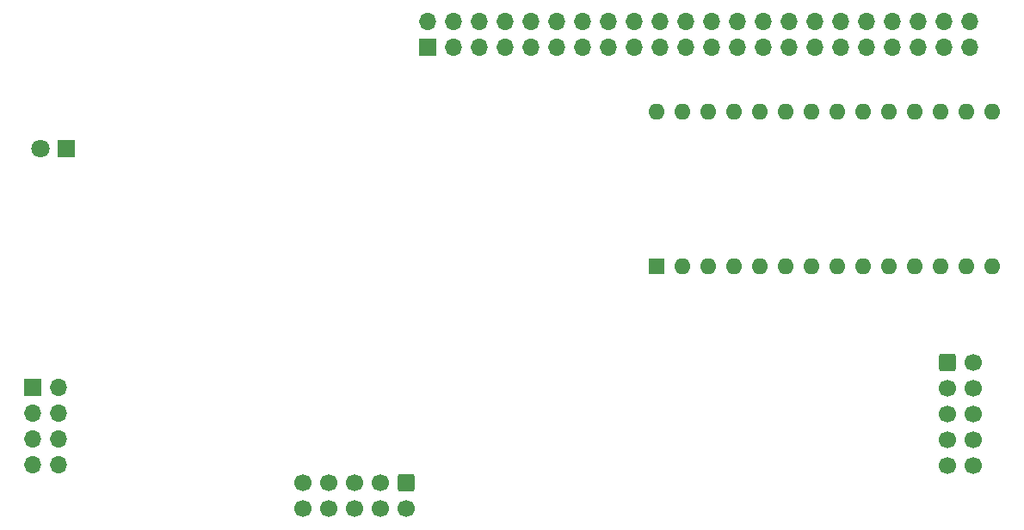
<source format=gbr>
G04 #@! TF.GenerationSoftware,KiCad,Pcbnew,8.0.1*
G04 #@! TF.CreationDate,2024-04-11T14:17:07+02:00*
G04 #@! TF.ProjectId,tipi,74697069-2e6b-4696-9361-645f70636258,2*
G04 #@! TF.SameCoordinates,Original*
G04 #@! TF.FileFunction,Soldermask,Bot*
G04 #@! TF.FilePolarity,Negative*
%FSLAX46Y46*%
G04 Gerber Fmt 4.6, Leading zero omitted, Abs format (unit mm)*
G04 Created by KiCad (PCBNEW 8.0.1) date 2024-04-11 14:17:07*
%MOMM*%
%LPD*%
G01*
G04 APERTURE LIST*
G04 Aperture macros list*
%AMRoundRect*
0 Rectangle with rounded corners*
0 $1 Rounding radius*
0 $2 $3 $4 $5 $6 $7 $8 $9 X,Y pos of 4 corners*
0 Add a 4 corners polygon primitive as box body*
4,1,4,$2,$3,$4,$5,$6,$7,$8,$9,$2,$3,0*
0 Add four circle primitives for the rounded corners*
1,1,$1+$1,$2,$3*
1,1,$1+$1,$4,$5*
1,1,$1+$1,$6,$7*
1,1,$1+$1,$8,$9*
0 Add four rect primitives between the rounded corners*
20,1,$1+$1,$2,$3,$4,$5,0*
20,1,$1+$1,$4,$5,$6,$7,0*
20,1,$1+$1,$6,$7,$8,$9,0*
20,1,$1+$1,$8,$9,$2,$3,0*%
G04 Aperture macros list end*
%ADD10RoundRect,0.250000X-0.600000X0.600000X-0.600000X-0.600000X0.600000X-0.600000X0.600000X0.600000X0*%
%ADD11C,1.700000*%
%ADD12R,1.800000X1.800000*%
%ADD13C,1.800000*%
%ADD14RoundRect,0.250000X-0.600000X-0.600000X0.600000X-0.600000X0.600000X0.600000X-0.600000X0.600000X0*%
%ADD15R,1.700000X1.700000*%
%ADD16O,1.700000X1.700000*%
%ADD17R,1.600000X1.600000*%
%ADD18O,1.600000X1.600000*%
G04 APERTURE END LIST*
D10*
X75285600Y-149021800D03*
D11*
X75285600Y-151561800D03*
X72745600Y-149021800D03*
X72745600Y-151561800D03*
X70205600Y-149021800D03*
X70205600Y-151561800D03*
X67665600Y-149021800D03*
X67665600Y-151561800D03*
X65125600Y-149021800D03*
X65125600Y-151561800D03*
D12*
X41889600Y-116027200D03*
D13*
X39349600Y-116027200D03*
D14*
X128549400Y-137160000D03*
D11*
X131089400Y-137160000D03*
X128549400Y-139700000D03*
X131089400Y-139700000D03*
X128549400Y-142240000D03*
X131089400Y-142240000D03*
X128549400Y-144780000D03*
X131089400Y-144780000D03*
X128549400Y-147320000D03*
X131089400Y-147320000D03*
D15*
X38608000Y-139598400D03*
D16*
X41148000Y-139598400D03*
X38608000Y-142138400D03*
X41148000Y-142138400D03*
X38608000Y-144678400D03*
X41148000Y-144678400D03*
X38608000Y-147218400D03*
X41148000Y-147218400D03*
D17*
X99923600Y-127635000D03*
D18*
X102463600Y-127635000D03*
X105003600Y-127635000D03*
X107543600Y-127635000D03*
X110083600Y-127635000D03*
X112623600Y-127635000D03*
X115163600Y-127635000D03*
X117703600Y-127635000D03*
X120243600Y-127635000D03*
X122783600Y-127635000D03*
X125323600Y-127635000D03*
X127863600Y-127635000D03*
X130403600Y-127635000D03*
X132943600Y-127635000D03*
X132943600Y-112395000D03*
X130403600Y-112395000D03*
X127863600Y-112395000D03*
X125323600Y-112395000D03*
X122783600Y-112395000D03*
X120243600Y-112395000D03*
X117703600Y-112395000D03*
X115163600Y-112395000D03*
X112623600Y-112395000D03*
X110083600Y-112395000D03*
X107543600Y-112395000D03*
X105003600Y-112395000D03*
X102463600Y-112395000D03*
X99923600Y-112395000D03*
D15*
X77419200Y-106070400D03*
D16*
X77419200Y-103530400D03*
X79959200Y-106070400D03*
X79959200Y-103530400D03*
X82499200Y-106070400D03*
X82499200Y-103530400D03*
X85039200Y-106070400D03*
X85039200Y-103530400D03*
X87579200Y-106070400D03*
X87579200Y-103530400D03*
X90119200Y-106070400D03*
X90119200Y-103530400D03*
X92659200Y-106070400D03*
X92659200Y-103530400D03*
X95199200Y-106070400D03*
X95199200Y-103530400D03*
X97739200Y-106070400D03*
X97739200Y-103530400D03*
X100279200Y-106070400D03*
X100279200Y-103530400D03*
X102819200Y-106070400D03*
X102819200Y-103530400D03*
X105359200Y-106070400D03*
X105359200Y-103530400D03*
X107899200Y-106070400D03*
X107899200Y-103530400D03*
X110439200Y-106070400D03*
X110439200Y-103530400D03*
X112979200Y-106070400D03*
X112979200Y-103530400D03*
X115519200Y-106070400D03*
X115519200Y-103530400D03*
X118059200Y-106070400D03*
X118059200Y-103530400D03*
X120599200Y-106070400D03*
X120599200Y-103530400D03*
X123139200Y-106070400D03*
X123139200Y-103530400D03*
X125679200Y-106070400D03*
X125679200Y-103530400D03*
X128219200Y-106070400D03*
X128219200Y-103530400D03*
X130759200Y-106070400D03*
X130759200Y-103530400D03*
M02*

</source>
